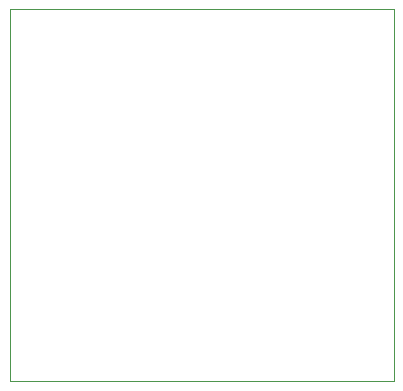
<source format=gbr>
%TF.GenerationSoftware,KiCad,Pcbnew,9.0.3*%
%TF.CreationDate,2025-08-20T17:47:23+02:00*%
%TF.ProjectId,cederom-stlink-v3mods-adapter,63656465-726f-46d2-9d73-746c696e6b2d,1*%
%TF.SameCoordinates,Original*%
%TF.FileFunction,Profile,NP*%
%FSLAX46Y46*%
G04 Gerber Fmt 4.6, Leading zero omitted, Abs format (unit mm)*
G04 Created by KiCad (PCBNEW 9.0.3) date 2025-08-20 17:47:23*
%MOMM*%
%LPD*%
G01*
G04 APERTURE LIST*
%TA.AperFunction,Profile*%
%ADD10C,0.050000*%
%TD*%
G04 APERTURE END LIST*
D10*
X101250000Y-84500000D02*
X133750000Y-84500000D01*
X133750000Y-116000000D01*
X101250000Y-116000000D01*
X101250000Y-84500000D01*
M02*

</source>
